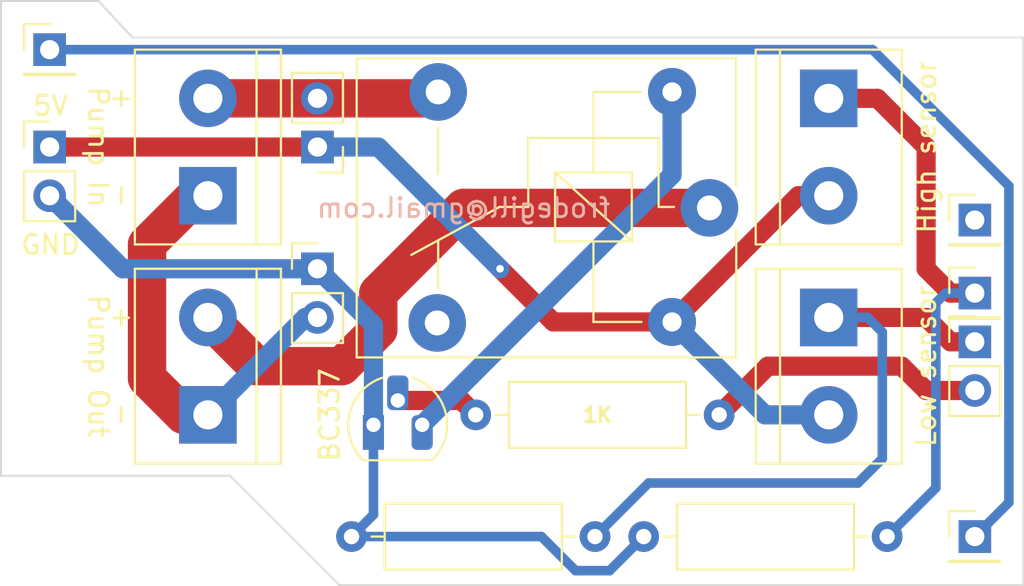
<source format=kicad_pcb>
(kicad_pcb (version 20211014) (generator pcbnew)
  (layers (0 "F.Cu" signal) (31 "B.Cu" signal) (34 "B.Paste" user) (35 "F.Paste" user) (36 "B.SilkS" user "B.Silkscreen") (37 "F.SilkS" user "F.Silkscreen") (38 "B.Mask" user) (39 "F.Mask" user) (44 "Edge.Cuts" user))
  (net 0 "")
  (net 1 "GND")
  (net 2 "Net-(J1-Pad2)")
  (net 3 "Net-(J1-Pad1)")
  (net 4 "Net-(K1-Pad2)")
  (net 5 "Net-(Q1-Pad2)")
  (net 6 "+5V")
  (net 7 "Net-(J6-Pad2)")
  (net 9 "Net-(J3-Pad1)")
  (net 10 "Net-(J4-Pad1)")
  (net 11 "Net-(J7-Pad2)")
  (net 13 "Net-(J11-Pad1)")
  (footprint "Resistor_THT:R_Axial_DIN0309_L9.0mm_D3.2mm_P12.70mm_Horizontal" (layer "F.Cu") (at 174.625 102.87 180)
    (fp_text reference "R4" hide)
    (fp_text value "1K" hide)
    (fp_line (start 1.73 1.72) (end 10.97 1.72) (layer "F.SilkS") (width 0.12))
    (fp_line (start 1.73 -1.72) (end 1.73 1.72) (layer "F.SilkS") (width 0.12))
    (fp_line (start 1.04 0) (end 1.73 0) (layer "F.SilkS") (width 0.12))
    (fp_line (start 10.97 1.72) (end 10.97 -1.72) (layer "F.SilkS") (width 0.12))
    (fp_line (start 11.66 0) (end 10.97 0) (layer "F.SilkS") (width 0.12))
    (fp_line (start 10.97 -1.72) (end 1.73 -1.72) (layer "F.SilkS") (width 0.12))
    (pad "1" thru_hole circle locked (at 0 0 180) (size 1.6 1.6) (drill 0.8) (layers *.Cu *.Mask) (net 11 "Net-(J7-Pad2)"))
    (pad "2" thru_hole oval locked (at 12.7 0 180) (size 1.6 1.6) (drill 0.8) (layers *.Cu *.Mask) (net 5 "Net-(Q1-Pad2)"))
  )
  (footprint "Relay_THT:Relay_SPDT_SANYOU_SRD_Series_Form_C" (layer "F.Cu") (at 174.117 92.075 180)
    (fp_text reference "K1" hide)
    (fp_text value "SANYOU_SRD_Form_C" hide)
    (fp_line (start 9.45 0.05) (end 10.95 0.05) (layer "F.SilkS") (width 0.12))
    (fp_line (start 4.05 -1.75) (end 8.05 -1.75) (layer "F.SilkS") (width 0.12))
    (fp_line (start -1.4 -7.8) (end -1.4 -1.2) (layer "F.SilkS") (width 0.12))
    (fp_line (start 14.15 -4.2) (end 14.15 -1.7) (layer "F.SilkS") (width 0.12))
    (fp_line (start -1.4 1.2) (end -1.4 7.8) (layer "F.SilkS") (width 0.12))
    (fp_line (start 18.4 -7.8) (end 18.4 7.8) (layer "F.SilkS") (width 0.12))
    (fp_line (start 10.95 0.05) (end 15.55 -2.45) (layer "F.SilkS") (width 0.12))
    (fp_line (start 6.05 -5.95) (end 6.05 -1.75) (layer "F.SilkS") (width 0.12))
    (fp_line (start -1.4 -7.8) (end 18.4 -7.8) (layer "F.SilkS") (width 0.12))
    (fp_line (start 14.15 4.2) (end 14.15 1.75) (layer "F.SilkS") (width 0.12))
    (fp_line (start 6.05 -5.95) (end 3.55 -5.95) (layer "F.SilkS") (width 0.12))
    (fp_line (start 3.55 6.05) (end 6.05 6.05) (layer "F.SilkS") (width 0.12))
    (fp_line (start 4.05 1.85) (end 4.05 -1.75) (layer "F.SilkS") (width 0.12))
    (fp_line (start 8.05 1.85) (end 4.05 -1.75) (layer "F.SilkS") (width 0.12))
    (fp_line (start 9.45 3.65) (end 2.65 3.65) (layer "F.SilkS") (width 0.12))
    (fp_line (start 2.65 0.05) (end 1.85 0.05) (layer "F.SilkS") (width 0.12))
    (fp_line (start 6.05 1.85) (end 6.05 6.05) (layer "F.SilkS") (width 0.12))
    (fp_line (start 9.45 0.05) (end 9.45 3.65) (layer "F.SilkS") (width 0.12))
    (fp_line (start 8.05 -1.75) (end 8.05 1.85) (layer "F.SilkS") (width 0.12))
    (fp_line (start 8.05 1.85) (end 4.05 1.85) (layer "F.SilkS") (width 0.12))
    (fp_line (start 2.65 0.05) (end 2.65 3.65) (layer "F.SilkS") (width 0.12))
    (fp_line (start 18.4 7.8) (end -1.4 7.8) (layer "F.SilkS") (width 0.12))
    (pad "1" thru_hole circle locked (at 0 0 270) (size 3 3) (drill 1.3) (layers *.Cu *.Mask) (net 2 "Net-(J1-Pad2)"))
    (pad "2" thru_hole circle locked (at 1.95 6.05 270) (size 2.5 2.5) (drill 1) (layers *.Cu *.Mask) (net 4 "Net-(K1-Pad2)"))
    (pad "3" thru_hole circle locked (at 14.15 6.05 270) (size 3 3) (drill 1.3) (layers *.Cu *.Mask) (net 7 "Net-(J6-Pad2)"))
    (pad "4" thru_hole circle locked (at 14.2 -6 270) (size 3 3) (drill 1.3) (layers *.Cu *.Mask))
    (pad "5" thru_hole circle locked (at 1.95 -5.95 270) (size 2.5 2.5) (drill 1) (layers *.Cu *.Mask) (net 6 "+5V"))
  )
  (footprint "TerminalBlock:TerminalBlock_bornier-2_P5.08mm" (layer "F.Cu") (at 180.34 97.79 -90)
    (fp_text reference "J4" hide)
    (fp_text value "Conn_01x02_Male" hide)
    (fp_line (start -2.54 -3.81) (end -2.54 3.81) (layer "F.SilkS") (width 0.12))
    (fp_line (start 7.62 3.81) (end 7.62 -3.81) (layer "F.SilkS") (width 0.12))
    (fp_line (start 7.62 -3.81) (end -2.54 -3.81) (layer "F.SilkS") (width 0.12))
    (fp_line (start 7.62 2.54) (end -2.54 2.54) (layer "F.SilkS") (width 0.12))
    (fp_line (start -2.54 3.81) (end 7.62 3.81) (layer "F.SilkS") (width 0.12))
    (pad "1" thru_hole rect locked (at 0 0 270) (size 3 3) (drill 1.52) (layers *.Cu *.Mask) (net 10 "Net-(J4-Pad1)"))
    (pad "2" thru_hole circle locked (at 5.08 0 270) (size 3 3) (drill 1.52) (layers *.Cu *.Mask) (net 6 "+5V"))
  )
  (footprint "Package_TO_SOT_THT:TO-92_HandSolder" (layer "F.Cu") (at 156.591 103.39)
    (fp_text reference "Q1" hide)
    (fp_text value "BC337" (at -2.286 -0.52 270) (layer "F.SilkS"))
    (fp_line (start -0.53 1.85) (end 3.07 1.85) (layer "F.SilkS") (width 0.12))
    (fp_arc (start 2.05 -2.45) (mid 3.769931 -0.601036) (end 3.078445 1.827684) (layer "F.SilkS") (width 0.12))
    (fp_arc (start -0.541875 1.841741) (mid -1.247231 -0.581764) (end 0.45 -2.45) (layer "F.SilkS") (width 0.12))
    (pad "1" thru_hole rect locked (at 0 0) (size 1.1 1.8) (drill 0.75 (offset 0 0.4)) (layers *.Cu *.Mask) (net 1 "GND"))
    (pad "2" thru_hole roundrect locked (at 1.27 -1.27) (size 1.1 1.8) (drill 0.75 (offset 0 -0.4)) (layers *.Cu *.Mask) (net 5 "Net-(Q1-Pad2)"))
    (pad "3" thru_hole roundrect locked (at 2.54 0) (size 1.1 1.8) (drill 0.75 (offset 0 0.4)) (layers *.Cu *.Mask) (net 4 "Net-(K1-Pad2)"))
  )
  (footprint "Connector_PinHeader_2.54mm:PinHeader_1x02_P2.54mm_Vertical" (layer "F.Cu") (at 139.7 88.9)
    (fp_text reference "J2" hide)
    (fp_text value "Conn_01x02_Male" hide)
    (fp_line (start -1.33 3.87) (end 1.33 3.87) (layer "F.SilkS") (width 0.12))
    (fp_line (start -1.33 1.27) (end -1.33 3.87) (layer "F.SilkS") (width 0.12))
    (fp_line (start -1.33 0) (end -1.33 -1.33) (layer "F.SilkS") (width 0.12))
    (fp_line (start -1.33 1.27) (end 1.33 1.27) (layer "F.SilkS") (width 0.12))
    (fp_line (start -1.33 -1.33) (end 0 -1.33) (layer "F.SilkS") (width 0.12))
    (fp_line (start 1.33 1.27) (end 1.33 3.87) (layer "F.SilkS") (width 0.12))
    (pad "1" thru_hole rect locked (at 0 0) (size 1.7 1.7) (drill 1) (layers *.Cu *.Mask) (net 6 "+5V"))
    (pad "2" thru_hole oval locked (at 0 2.54) (size 1.7 1.7) (drill 1) (layers *.Cu *.Mask) (net 1 "GND"))
  )
  (footprint "TerminalBlock:TerminalBlock_bornier-2_P5.08mm" (layer "F.Cu") (at 180.34 86.36 -90)
    (fp_text reference "J5" hide)
    (fp_text value "Conn_01x02_Male" hide)
    (fp_line (start 7.62 2.54) (end -2.54 2.54) (layer "F.SilkS") (width 0.12))
    (fp_line (start -2.54 3.81) (end 7.62 3.81) (layer "F.SilkS") (width 0.12))
    (fp_line (start -2.54 -3.81) (end -2.54 3.81) (layer "F.SilkS") (width 0.12))
    (fp_line (start 7.62 3.81) (end 7.62 -3.81) (layer "F.SilkS") (width 0.12))
    (fp_line (start 7.62 -3.81) (end -2.54 -3.81) (layer "F.SilkS") (width 0.12))
    (pad "1" thru_hole rect locked (at 0 0 270) (size 3 3) (drill 1.52) (layers *.Cu *.Mask) (net 9 "Net-(J3-Pad1)"))
    (pad "2" thru_hole circle locked (at 5.08 0 270) (size 3 3) (drill 1.52) (layers *.Cu *.Mask) (net 6 "+5V"))
  )
  (footprint "TerminalBlock:TerminalBlock_bornier-2_P5.08mm" (layer "F.Cu") (at 147.955 102.87 90)
    (fp_text reference "J1" hide)
    (fp_text value "Conn_01x02_Male" hide)
    (fp_line (start 7.62 -3.81) (end -2.54 -3.81) (layer "F.SilkS") (width 0.12))
    (fp_line (start -2.54 3.81) (end 7.62 3.81) (layer "F.SilkS") (width 0.12))
    (fp_line (start -2.54 -3.81) (end -2.54 3.81) (layer "F.SilkS") (width 0.12))
    (fp_line (start 7.62 3.81) (end 7.62 -3.81) (layer "F.SilkS") (width 0.12))
    (fp_line (start 7.62 2.54) (end -2.54 2.54) (layer "F.SilkS") (width 0.12))
    (pad "1" thru_hole rect locked (at 0 0 90) (size 3 3) (drill 1.52) (layers *.Cu *.Mask) (net 3 "Net-(J1-Pad1)"))
    (pad "2" thru_hole circle locked (at 5.08 0 90) (size 3 3) (drill 1.52) (layers *.Cu *.Mask) (net 2 "Net-(J1-Pad2)"))
  )
  (footprint "TerminalBlock:TerminalBlock_bornier-2_P5.08mm" (layer "F.Cu") (at 147.955 91.44 90)
    (fp_text reference "J6" hide)
    (fp_text value "Conn_01x02_Male" hide)
    (fp_line (start -2.54 -3.81) (end -2.54 3.81) (layer "F.SilkS") (width 0.12))
    (fp_line (start 7.62 3.81) (end 7.62 -3.81) (layer "F.SilkS") (width 0.12))
    (fp_line (start 7.62 -3.81) (end -2.54 -3.81) (layer "F.SilkS") (width 0.12))
    (fp_line (start -2.54 3.81) (end 7.62 3.81) (layer "F.SilkS") (width 0.12))
    (fp_line (start 7.62 2.54) (end -2.54 2.54) (layer "F.SilkS") (width 0.12))
    (pad "1" thru_hole rect locked (at 0 0 90) (size 3 3) (drill 1.52) (layers *.Cu *.Mask) (net 3 "Net-(J1-Pad1)"))
    (pad "2" thru_hole circle locked (at 5.08 0 90) (size 3 3) (drill 1.52) (layers *.Cu *.Mask) (net 7 "Net-(J6-Pad2)"))
  )
  (footprint "Resistor_THT:R_Axial_DIN0309_L9.0mm_D3.2mm_P12.70mm_Horizontal" (layer "F.Cu") (at 170.688 109.22)
    (fp_text reference "R1" hide)
    (fp_text value "4K7")
    (fp_line (start 1.73 -1.72) (end 1.73 1.72) (layer "F.SilkS") (width 0.12))
    (fp_line (start 10.97 1.72) (end 10.97 -1.72) (layer "F.SilkS") (width 0.12))
    (fp_line (start 10.97 -1.72) (end 1.73 -1.72) (layer "F.SilkS") (width 0.12))
    (fp_line (start 1.04 0) (end 1.73 0) (layer "F.SilkS") (width 0.12))
    (fp_line (start 1.73 1.72) (end 10.97 1.72) (layer "F.SilkS") (width 0.12))
    (fp_line (start 11.66 0) (end 10.97 0) (layer "F.SilkS") (width 0.12))
    (pad "1" thru_hole circle (at 0 0) (size 1.6 1.6) (drill 0.8) (layers *.Cu *.Mask) (net 1 "GND"))
    (pad "2" thru_hole oval (at 12.7 0) (size 1.6 1.6) (drill 0.8) (layers *.Cu *.Mask) (net 9 "Net-(J3-Pad1)"))
  )
  (footprint "Connector_PinHeader_2.54mm:PinHeader_1x01_P2.54mm_Vertical" (layer "F.Cu") (at 187.96 96.52)
    (fp_text reference "J3" hide)
    (fp_text value "Conn_01x01_Male" hide)
    (fp_line (start -1.33 1.27) (end -1.33 1.33) (layer "F.SilkS") (width 0.12))
    (fp_line (start -1.33 0) (end -1.33 -1.33) (layer "F.SilkS") (width 0.12))
    (fp_line (start 1.33 1.27) (end 1.33 1.33) (layer "F.SilkS") (width 0.12))
    (fp_line (start -1.33 -1.33) (end 0 -1.33) (layer "F.SilkS") (width 0.12))
    (fp_line (start -1.33 1.27) (end 1.33 1.27) (layer "F.SilkS") (width 0.12))
    (fp_line (start -1.33 1.33) (end 1.33 1.33) (layer "F.SilkS") (width 0.12))
    (pad "1" thru_hole rect (at 0 0) (size 1.7 1.7) (drill 1) (layers *.Cu *.Mask) (net 9 "Net-(J3-Pad1)"))
  )
  (footprint "Connector_PinHeader_2.54mm:PinHeader_1x01_P2.54mm_Vertical" (layer "F.Cu") (at 187.96 109.22)
    (fp_text reference "J11" hide)
    (fp_text value "Conn_01x01_Male" hide)
    (fp_line (start -1.33 1.27) (end 1.33 1.27) (layer "F.SilkS") (width 0.12))
    (fp_line (start -1.33 -1.33) (end 0 -1.33) (layer "F.SilkS") (width 0.12))
    (fp_line (start -1.33 1.27) (end -1.33 1.33) (layer "F.SilkS") (width 0.12))
    (fp_line (start -1.33 0) (end -1.33 -1.33) (layer "F.SilkS") (width 0.12))
    (fp_line (start 1.33 1.27) (end 1.33 1.33) (layer "F.SilkS") (width 0.12))
    (fp_line (start -1.33 1.33) (end 1.33 1.33) (layer "F.SilkS") (width 0.12))
    (pad "1" thru_hole rect (at 0 0) (size 1.7 1.7) (drill 1) (layers *.Cu *.Mask) (net 13 "Net-(J11-Pad1)"))
  )
  (footprint "Connector_PinHeader_2.54mm:PinHeader_1x02_P2.54mm_Vertical" (layer "F.Cu") (at 187.96 99.06)
    (fp_text reference "J7" hide)
    (fp_text value "Conn_01x02_Male" hide)
    (fp_line (start -1.33 3.87) (end 1.33 3.87) (layer "F.SilkS") (width 0.12))
    (fp_line (start 1.33 1.27) (end 1.33 3.87) (layer "F.SilkS") (width 0.12))
    (fp_line (start -1.33 -1.33) (end 0 -1.33) (layer "F.SilkS") (width 0.12))
    (fp_line (start -1.33 1.27) (end -1.33 3.87) (layer "F.SilkS") (width 0.12))
    (fp_line (start -1.33 0) (end -1.33 -1.33) (layer "F.SilkS") (width 0.12))
    (fp_line (start -1.33 1.27) (end 1.33 1.27) (layer "F.SilkS") (width 0.12))
    (pad "1" thru_hole rect (at 0 0) (size 1.7 1.7) (drill 1) (layers *.Cu *.Mask) (net 10 "Net-(J4-Pad1)"))
    (pad "2" thru_hole oval (at 0 2.54) (size 1.7 1.7) (drill 1) (layers *.Cu *.Mask) (net 11 "Net-(J7-Pad2)"))
  )
  (footprint "Connector_PinHeader_2.54mm:PinHeader_1x01_P2.54mm_Vertical" (layer "F.Cu") (at 187.96 92.71)
    (fp_text reference "J8" hide)
    (fp_text value "Conn_01x01_Male" hide)
    (fp_line (start -1.33 1.27) (end -1.33 1.33) (layer "F.SilkS") (width 0.12))
    (fp_line (start -1.33 -1.33) (end 0 -1.33) (layer "F.SilkS") (width 0.12))
    (fp_line (start -1.33 1.33) (end 1.33 1.33) (layer "F.SilkS") (width 0.12))
    (fp_line (start -1.33 1.27) (end 1.33 1.27) (layer "F.SilkS") (width 0.12))
    (fp_line (start -1.33 0) (end -1.33 -1.33) (layer "F.SilkS") (width 0.12))
    (fp_line (start 1.33 1.27) (end 1.33 1.33) (layer "F.SilkS") (width 0.12))
    (pad "1" thru_hole rect (at 0 0) (size 1.7 1.7) (drill 1) (layers *.Cu *.Mask))
  )
  (footprint "Connector_PinHeader_2.54mm:PinHeader_1x01_P2.54mm_Vertical" (layer "F.Cu") (at 139.7 83.82)
    (fp_text reference "J12" hide)
    (fp_text value "Conn_01x01_Male" hide)
    (fp_line (start -1.33 1.33) (end 1.33 1.33) (layer "F.SilkS") (width 0.12))
    (fp_line (start 1.33 1.27) (end 1.33 1.33) (layer "F.SilkS") (width 0.12))
    (fp_line (start -1.33 1.27) (end 1.33 1.27) (layer "F.SilkS") (width 0.12))
    (fp_line (start -1.33 -1.33) (end 0 -1.33) (layer "F.SilkS") (width 0.12))
    (fp_line (start -1.33 0) (end -1.33 -1.33) (layer "F.SilkS") (width 0.12))
    (fp_line (start -1.33 1.27) (end -1.33 1.33) (layer "F.SilkS") (width 0.12))
    (pad "1" thru_hole rect (at 0 0) (size 1.7 1.7) (drill 1) (layers *.Cu *.Mask) (net 13 "Net-(J11-Pad1)"))
  )
  (footprint "Connector_PinHeader_2.54mm:PinHeader_1x02_P2.54mm_Vertical" (layer "F.Cu") (at 153.67 95.25)
    (fp_text reference "J10" hide)
    (fp_text value "Conn_01x02_Male" hide)
    (fp_line (start -1.33 -1.33) (end 0 -1.33) (layer "F.SilkS") (width 0.12))
    (fp_line (start -1.33 1.27) (end 1.33 1.27) (layer "F.SilkS") (width 0.12))
    (fp_line (start -1.33 0) (end -1.33 -1.33) (layer "F.SilkS") (width 0.12))
    (fp_line (start -1.33 1.27) (end -1.33 3.87) (layer "F.SilkS") (width 0.12))
    (fp_line (start -1.33 3.87) (end 1.33 3.87) (layer "F.SilkS") (width 0.12))
    (fp_line (start 1.33 1.27) (end 1.33 3.87) (layer "F.SilkS") (width 0.12))
    (pad "1" thru_hole rect (at 0 0) (size 1.7 1.7) (drill 1) (layers *.Cu *.Mask) (net 1 "GND"))
    (pad "2" thru_hole oval (at 0 2.54) (size 1.7 1.7) (drill 1) (layers *.Cu *.Mask) (net 3 "Net-(J1-Pad1)"))
  )
  (footprint "Resistor_THT:R_Axial_DIN0309_L9.0mm_D3.2mm_P12.70mm_Horizontal" (layer "F.Cu") (at 155.448 109.22)
    (fp_text reference "R2" hide)
    (fp_text value "4K7")
    (fp_line (start 1.73 -1.72) (end 1.73 1.72) (layer "F.SilkS") (width 0.12))
    (fp_line (start 11.66 0) (end 10.97 0) (layer "F.SilkS") (width 0.12))
    (fp_line (start 10.97 1.72) (end 10.97 -1.72) (layer "F.SilkS") (width 0.12))
    (fp_line (start 1.04 0) (end 1.73 0) (layer "F.SilkS") (width 0.12))
    (fp_line (start 10.97 -1.72) (end 1.73 -1.72) (layer "F.SilkS") (width 0.12))
    (fp_line (start 1.73 1.72) (end 10.97 1.72) (layer "F.SilkS") (width 0.12))
    (pad "1" thru_hole circle (at 0 0) (size 1.6 1.6) (drill 0.8) (layers *.Cu *.Mask) (net 1 "GND"))
    (pad "2" thru_hole oval (at 12.7 0) (size 1.6 1.6) (drill 0.8) (layers *.Cu *.Mask) (net 10 "Net-(J4-Pad1)"))
  )
  (footprint "Connector_PinHeader_2.54mm:PinHeader_1x02_P2.54mm_Vertical" (layer "F.Cu") (at 153.67 88.9 180)
    (fp_text reference "J9" hide)
    (fp_text value "Conn_01x02_Male" hide)
    (fp_line (start -1.33 0) (end -1.33 -1.33) (layer "F.SilkS") (width 0.12))
    (fp_line (start 1.33 1.27) (end 1.33 3.87) (layer "F.SilkS") (width 0.12))
    (fp_line (start -1.33 3.87) (end 1.33 3.87) (layer "F.SilkS") (width 0.12))
    (fp_line (start -1.33 1.27) (end 1.33 1.27) (layer "F.SilkS") (width 0.12))
    (fp_line (start -1.33 -1.33) (end 0 -1.33) (layer "F.SilkS") (width 0.12))
    (fp_line (start -1.33 1.27) (end -1.33 3.87) (layer "F.SilkS") (width 0.12))
    (pad "1" thru_hole rect (at 0 0 180) (size 1.7 1.7) (drill 1) (layers *.Cu *.Mask) (net 6 "+5V"))
    (pad "2" thru_hole oval (at 0 2.54 180) (size 1.7 1.7) (drill 1) (layers *.Cu *.Mask) (net 7 "Net-(J6-Pad2)"))
  )
  (gr_line (start 149.098 106.045) (end 154.813 111.76) (layer "Edge.Cuts") (width 0.1))
  (gr_line (start 190.5 111.76) (end 190.5 83.185) (layer "Edge.Cuts") (width 0.1))
  (gr_line (start 137.16 81.28) (end 137.16 106.045) (layer "Edge.Cuts") (width 0.1))
  (gr_line (start 142.24 81.28) (end 137.16 81.28) (layer "Edge.Cuts") (width 0.1))
  (gr_line (start 190.5 83.185) (end 144.018 83.185) (layer "Edge.Cuts") (width 0.1))
  (gr_line (start 154.813 111.76) (end 190.5 111.76) (layer "Edge.Cuts") (width 0.1))
  (gr_line (start 144.018 83.185) (end 142.24 81.28) (layer "Edge.Cuts") (width 0.1))
  (gr_line (start 137.16 106.045) (end 149.098 106.045) (layer "Edge.Cuts") (width 0.1))
  (gr_text "frodegill@gmail.com" (at 161.29 92.075) (layer "B.SilkS") (effects (font (size 1 1)) (justify mirror)))
  (gr_text "Pump Out" (at 142.24 100.33 270) (layer "F.SilkS") (effects (font (size 1 1))))
  (gr_text "High sensor" (at 185.42 88.9 90) (layer "F.SilkS") (effects (font (size 1 1))))
  (gr_text "Low sensor" (at 185.42 100.33 90) (layer "F.SilkS") (effects (font (size 1 1))))
  (gr_text "+     -" (at 143.51 100.33 270) (layer "F.SilkS") (effects (font (size 1 1))))
  (gr_text "+     -" (at 143.51 88.9 270) (layer "F.SilkS") (effects (font (size 1 1))))
  (gr_text "5V" (at 138.75 86.75) (layer "F.SilkS") (effects (font (size 1 1)) (justify left)))
  (gr_text "GND" (at 139.75 94) (layer "F.SilkS") (effects (font (size 1 1))))
  (gr_text "Pump In" (at 142.24 88.9 270) (layer "F.SilkS") (effects (font (size 1 1))))
  (gr_text "1K" (at 168.275 102.87) (layer "F.SilkS") (effects (font (size 0.762 0.762) (thickness 0.1905))))
  (segment (start 156.591 108.077) (end 155.448 109.22) (width 0.5) (layer "B.Cu") (net 1))
  (segment (start 156.591 103.39) (end 156.591 108.077) (width 0.5) (layer "B.Cu") (net 1))
  (segment (start 168.91 110.998) (end 170.688 109.22) (width 0.5) (layer "B.Cu") (net 1))
  (segment (start 165.354 109.22) (end 167.132 110.998) (width 0.5) (layer "B.Cu") (net 1))
  (segment (start 167.132 110.998) (end 168.91 110.998) (width 0.5) (layer "B.Cu") (net 1))
  (segment (start 139.7 91.44) (end 143.51 95.25) (width 1) (layer "B.Cu") (net 1))
  (segment (start 155.448 109.22) (end 165.354 109.22) (width 0.5) (layer "B.Cu") (net 1))
  (segment (start 143.51 95.25) (end 153.67 95.25) (width 1) (layer "B.Cu") (net 1))
  (segment (start 156.591 103.39) (end 156.591 98.171) (width 1) (layer "B.Cu") (net 1))
  (segment (start 156.591 98.171) (end 153.67 95.25) (width 1) (layer "B.Cu") (net 1))
  (segment (start 150.495 100.33) (end 154.94 100.33) (width 2) (layer "F.Cu") (net 2))
  (segment (start 154.94 100.33) (end 156.845 98.425) (width 2) (layer "F.Cu") (net 2))
  (segment (start 156.845 96.52) (end 161.29 92.075) (width 2) (layer "F.Cu") (net 2))
  (segment (start 147.955 97.79) (end 150.495 100.33) (width 2) (layer "F.Cu") (net 2))
  (segment (start 156.845 98.425) (end 156.845 96.52) (width 2) (layer "F.Cu") (net 2))
  (segment (start 161.29 92.075) (end 174.117 92.075) (width 2) (layer "F.Cu") (net 2))
  (segment (start 144.78 100.965) (end 144.78 93.98) (width 2) (layer "F.Cu") (net 3))
  (segment (start 147.955 102.87) (end 146.685 102.87) (width 2) (layer "F.Cu") (net 3))
  (segment (start 147.32 91.44) (end 147.955 91.44) (width 2) (layer "F.Cu") (net 3))
  (segment (start 146.685 102.87) (end 144.78 100.965) (width 2) (layer "F.Cu") (net 3))
  (segment (start 144.78 93.98) (end 147.32 91.44) (width 2) (layer "F.Cu") (net 3))
  (segment (start 153.035 97.79) (end 147.955 102.87) (width 1) (layer "B.Cu") (net 3))
  (segment (start 153.67 97.79) (end 153.035 97.79) (width 1) (layer "B.Cu") (net 3))
  (segment (start 172.167 90.354) (end 172.167 86.025) (width 1) (layer "B.Cu") (net 4))
  (segment (start 159.131 103.39) (end 172.167 90.354) (width 1) (layer "B.Cu") (net 4))
  (segment (start 161.925 102.87) (end 161.175 102.12) (width 1) (layer "F.Cu") (net 5))
  (segment (start 161.175 102.12) (end 157.861 102.12) (width 1) (layer "F.Cu") (net 5))
  (segment (start 178.752 91.44) (end 180.34 91.44) (width 1) (layer "F.Cu") (net 6))
  (segment (start 163.195 95.25) (end 165.97 98.025) (width 1) (layer "F.Cu") (net 6))
  (segment (start 139.7 88.9) (end 153.67 88.9) (width 1) (layer "F.Cu") (net 6))
  (segment (start 165.97 98.025) (end 172.167 98.025) (width 1) (layer "F.Cu") (net 6))
  (segment (start 172.167 98.025) (end 178.752 91.44) (width 1) (layer "F.Cu") (net 6))
  (via (at 163.195 95.25) (size 0.8) (drill 0.4) (layers "F.Cu" "B.Cu") (net 6))
  (segment (start 156.845 88.9) (end 163.195 95.25) (width 1) (layer "B.Cu") (net 6))
  (segment (start 180.34 102.87) (end 177.012 102.87) (width 1) (layer "B.Cu") (net 6))
  (segment (start 177.012 102.87) (end 172.167 98.025) (width 1) (layer "B.Cu") (net 6))
  (segment (start 153.67 88.9) (end 156.845 88.9) (width 1) (layer "B.Cu") (net 6))
  (segment (start 159.632 86.36) (end 159.967 86.025) (width 2) (layer "F.Cu") (net 7))
  (segment (start 153.67 86.36) (end 159.632 86.36) (width 2) (layer "F.Cu") (net 7))
  (segment (start 147.955 86.36) (end 153.67 86.36) (width 2) (layer "F.Cu") (net 7))
  (segment (start 185.42 95.25) (end 185.42 88.9) (width 1) (layer "F.Cu") (net 9))
  (segment (start 185.42 88.9) (end 182.88 86.36) (width 1) (layer "F.Cu") (net 9))
  (segment (start 187.96 96.52) (end 186.69 96.52) (width 1) (layer "F.Cu") (net 9))
  (segment (start 182.88 86.36) (end 180.34 86.36) (width 1) (layer "F.Cu") (net 9))
  (segment (start 186.69 96.52) (end 185.42 95.25) (width 1) (layer "F.Cu") (net 9))
  (segment (start 183.388 109.22) (end 185.928 106.68) (width 0.5) (layer "B.Cu") (net 9))
  (segment (start 185.928 97.028) (end 186.436 96.52) (width 0.5) (layer "B.Cu") (net 9))
  (segment (start 186.436 96.52) (end 187.96 96.52) (width 0.5) (layer "B.Cu") (net 9))
  (segment (start 185.928 106.68) (end 185.928 97.028) (width 0.5) (layer "B.Cu") (net 9))
  (segment (start 187.96 99.06) (end 186.69 99.06) (width 1) (layer "F.Cu") (net 10))
  (segment (start 185.42 97.79) (end 180.34 97.79) (width 1) (layer "F.Cu") (net 10))
  (segment (start 186.69 99.06) (end 185.42 97.79) (width 1) (layer "F.Cu") (net 10))
  (segment (start 183.134 98.552) (end 182.372 97.79) (width 0.5) (layer "B.Cu") (net 10))
  (segment (start 181.864 106.426) (end 183.134 105.156) (width 0.5) (layer "B.Cu") (net 10))
  (segment (start 168.148 109.22) (end 170.942 106.426) (width 0.5) (layer "B.Cu") (net 10))
  (segment (start 182.372 97.79) (end 180.34 97.79) (width 0.5) (layer "B.Cu") (net 10))
  (segment (start 183.134 105.156) (end 183.134 98.552) (width 0.5) (layer "B.Cu") (net 10))
  (segment (start 170.942 106.426) (end 181.864 106.426) (width 0.5) (layer "B.Cu") (net 10))
  (segment (start 177.165 100.33) (end 174.625 102.87) (width 1) (layer "F.Cu") (net 11))
  (segment (start 184.15 100.33) (end 177.165 100.33) (width 1) (layer "F.Cu") (net 11))
  (segment (start 185.42 101.6) (end 184.15 100.33) (width 1) (layer "F.Cu") (net 11))
  (segment (start 187.96 101.6) (end 185.42 101.6) (width 1) (layer "F.Cu") (net 11))
  (segment (start 189.738 107.442) (end 187.96 109.22) (width 0.5) (layer "B.Cu") (net 13))
  (segment (start 182.626 83.82) (end 189.738 90.932) (width 0.5) (layer "B.Cu") (net 13))
  (segment (start 139.7 83.82) (end 182.626 83.82) (width 0.5) (layer "B.Cu") (net 13))
  (segment (start 189.738 90.932) (end 189.738 107.442) (width 0.5) (layer "B.Cu") (net 13))
)
</source>
